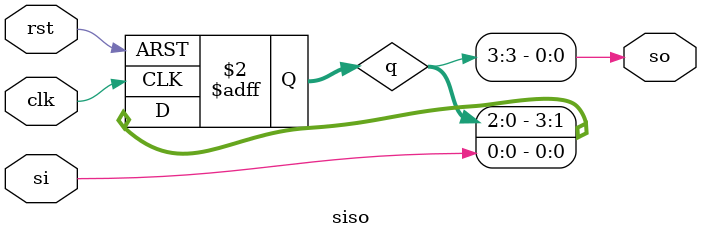
<source format=sv>

module siso(
  input clk, rst,
  input si,
  output logic so
);
  logic [3:0] q;
  
  assign so = q[3];
  
  always_ff @(posedge clk or posedge rst) begin
    if (rst) 
      q <= 4'b0000;
    else 
      q <= {q[2:0], si};
  end
endmodule
</source>
